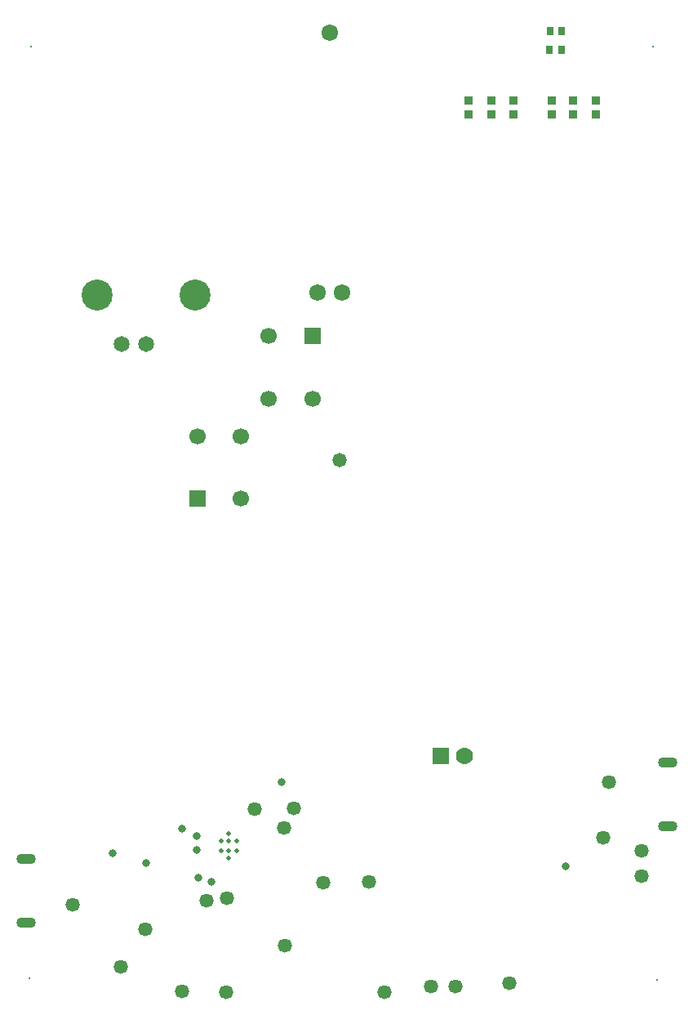
<source format=gbs>
G04*
G04 #@! TF.GenerationSoftware,Altium Limited,Altium Designer,23.4.1 (23)*
G04*
G04 Layer_Color=16711935*
%FSLAX25Y25*%
%MOIN*%
G70*
G04*
G04 #@! TF.SameCoordinates,C2C47735-DA82-4273-8B30-92E5B03AA998*
G04*
G04*
G04 #@! TF.FilePolarity,Negative*
G04*
G01*
G75*
%ADD36R,0.02953X0.03543*%
%ADD40R,0.03788X0.03681*%
%ADD76C,0.06988*%
%ADD77R,0.06988X0.06988*%
%ADD78O,0.07874X0.04331*%
%ADD79C,0.06693*%
%ADD80R,0.06693X0.06693*%
%ADD81C,0.06772*%
%ADD82C,0.06480*%
%ADD83C,0.00787*%
%ADD84C,0.12658*%
%ADD85C,0.05787*%
%ADD86C,0.03150*%
%ADD87C,0.01968*%
%ADD116C,0.05800*%
D36*
X471654Y491142D02*
D03*
X471555Y483169D02*
D03*
X476378Y491142D02*
D03*
X476280Y483169D02*
D03*
D40*
X481201Y456867D02*
D03*
X490551D02*
D03*
X472343Y456890D02*
D03*
X447638Y456928D02*
D03*
X456791D02*
D03*
X438287Y456965D02*
D03*
X472343Y462523D02*
D03*
X438287Y462598D02*
D03*
X456791Y462561D02*
D03*
X447638D02*
D03*
X481201Y462500D02*
D03*
X490551D02*
D03*
D76*
X436811Y195374D02*
D03*
D77*
X426968D02*
D03*
D78*
X257752Y153220D02*
D03*
Y127236D02*
D03*
X519587Y166732D02*
D03*
Y192717D02*
D03*
D79*
X356890Y341142D02*
D03*
Y366732D02*
D03*
X327756Y325787D02*
D03*
X345472D02*
D03*
Y300197D02*
D03*
X374606Y341142D02*
D03*
D80*
X327756Y300197D02*
D03*
X374606Y366732D02*
D03*
D81*
X381890Y490394D02*
D03*
X376890Y384409D02*
D03*
X386890D02*
D03*
D82*
X296772Y363465D02*
D03*
X306772D02*
D03*
D83*
X515354Y103937D02*
D03*
X259055Y104724D02*
D03*
X259843Y484646D02*
D03*
X513780D02*
D03*
D84*
X326772Y383465D02*
D03*
X286772D02*
D03*
D85*
X397638Y144095D02*
D03*
X379134Y143701D02*
D03*
X493307Y161811D02*
D03*
X509055Y146457D02*
D03*
Y156693D02*
D03*
X495669Y184646D02*
D03*
X455118Y102756D02*
D03*
X276772Y134646D02*
D03*
X366929Y174016D02*
D03*
X362992Y166142D02*
D03*
X363386Y118110D02*
D03*
X351181Y173622D02*
D03*
X306299Y124803D02*
D03*
X339764Y137402D02*
D03*
X321260Y99213D02*
D03*
X339370Y98819D02*
D03*
X296457Y109449D02*
D03*
X433071Y101181D02*
D03*
X423228D02*
D03*
X403937Y98819D02*
D03*
X331496Y136221D02*
D03*
D86*
X477953Y150394D02*
D03*
X362158Y184646D02*
D03*
X306693Y151575D02*
D03*
X327953Y145669D02*
D03*
X333465Y144095D02*
D03*
X327559Y156933D02*
D03*
X327362Y162795D02*
D03*
X292913Y155512D02*
D03*
X321457Y165551D02*
D03*
D87*
X340551Y163681D02*
D03*
X337500Y160728D02*
D03*
X340551D02*
D03*
X343602D02*
D03*
X337500Y156594D02*
D03*
X340551D02*
D03*
X343602D02*
D03*
X340551Y153642D02*
D03*
D116*
X385827Y316142D02*
D03*
M02*

</source>
